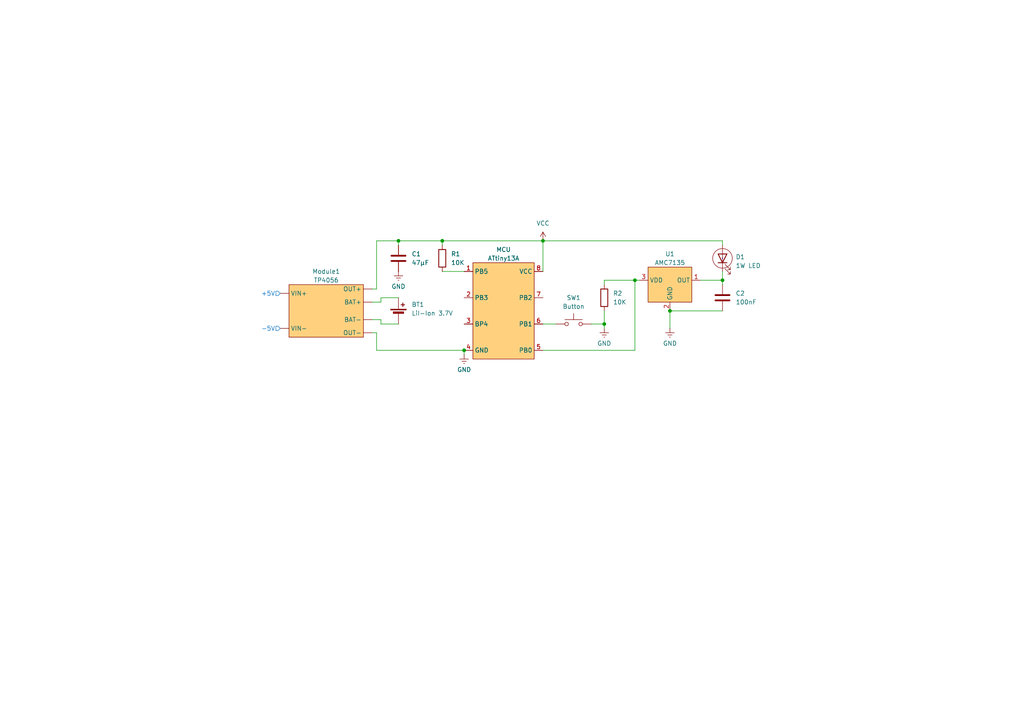
<source format=kicad_sch>
(kicad_sch
	(version 20250114)
	(generator "eeschema")
	(generator_version "9.0")
	(uuid "4be76a6c-b13c-4f31-9263-e38e3745854c")
	(paper "A4")
	(title_block
		(title "ATtiny13_Rear_Bike_Light_Circuit")
		(date "2025-07-05")
		(rev "1.0")
	)
	(lib_symbols
		(symbol "AMC7135:AMC7135"
			(exclude_from_sim no)
			(in_bom yes)
			(on_board yes)
			(property "Reference" "U"
				(at 0 0 0)
				(effects
					(font
						(size 1.27 1.27)
					)
				)
			)
			(property "Value" ""
				(at 0 0 0)
				(effects
					(font
						(size 1.27 1.27)
					)
				)
			)
			(property "Footprint" ""
				(at 0 0 0)
				(effects
					(font
						(size 1.27 1.27)
					)
					(hide yes)
				)
			)
			(property "Datasheet" ""
				(at 0 0 0)
				(effects
					(font
						(size 1.27 1.27)
					)
					(hide yes)
				)
			)
			(property "Description" ""
				(at 0 0 0)
				(effects
					(font
						(size 1.27 1.27)
					)
					(hide yes)
				)
			)
			(symbol "AMC7135_1_1"
				(rectangle
					(start -6.35 3.81)
					(end 6.35 -6.35)
					(stroke
						(width 0)
						(type solid)
					)
					(fill
						(type color)
						(color 255 165 0 0.51)
					)
				)
				(pin input line
					(at -8.89 0 0)
					(length 2.54)
					(name "VDD"
						(effects
							(font
								(size 1.27 1.27)
							)
						)
					)
					(number "3"
						(effects
							(font
								(size 1.27 1.27)
							)
						)
					)
				)
				(pin input line
					(at 0 -8.89 90)
					(length 2.54)
					(name "GND"
						(effects
							(font
								(size 1.27 1.27)
							)
						)
					)
					(number "2"
						(effects
							(font
								(size 1.27 1.27)
							)
						)
					)
				)
				(pin output line
					(at 8.89 0 180)
					(length 2.54)
					(name "OUT"
						(effects
							(font
								(size 1.27 1.27)
							)
						)
					)
					(number "1"
						(effects
							(font
								(size 1.27 1.27)
							)
						)
					)
				)
			)
			(embedded_fonts no)
		)
		(symbol "ATtiny13_4"
			(exclude_from_sim no)
			(in_bom yes)
			(on_board yes)
			(property "Reference" "U"
				(at 0 0 0)
				(effects
					(font
						(size 1.27 1.27)
					)
				)
			)
			(property "Value" ""
				(at 0 0 0)
				(effects
					(font
						(size 1.27 1.27)
					)
				)
			)
			(property "Footprint" ""
				(at 0 0 0)
				(effects
					(font
						(size 1.27 1.27)
					)
					(hide yes)
				)
			)
			(property "Datasheet" ""
				(at 0 0 0)
				(effects
					(font
						(size 1.27 1.27)
					)
					(hide yes)
				)
			)
			(property "Description" ""
				(at 0 0 0)
				(effects
					(font
						(size 1.27 1.27)
					)
					(hide yes)
				)
			)
			(symbol "ATtiny13_4_1_1"
				(rectangle
					(start -8.89 13.97)
					(end 8.89 -13.97)
					(stroke
						(width 0)
						(type solid)
					)
					(fill
						(type color)
						(color 255 165 0 0.5)
					)
				)
				(pin bidirectional line
					(at -11.43 11.43 0)
					(length 2.54)
					(name "PB5"
						(effects
							(font
								(size 1.27 1.27)
							)
						)
					)
					(number "1"
						(effects
							(font
								(size 1.27 1.27)
							)
						)
					)
				)
				(pin bidirectional line
					(at -11.43 3.81 0)
					(length 2.54)
					(name "PB3"
						(effects
							(font
								(size 1.27 1.27)
							)
						)
					)
					(number "2"
						(effects
							(font
								(size 1.27 1.27)
							)
						)
					)
				)
				(pin bidirectional line
					(at -11.43 -3.81 0)
					(length 2.54)
					(name "BP4"
						(effects
							(font
								(size 1.27 1.27)
							)
						)
					)
					(number "3"
						(effects
							(font
								(size 1.27 1.27)
							)
						)
					)
				)
				(pin input line
					(at -11.43 -11.43 0)
					(length 2.54)
					(name "GND"
						(effects
							(font
								(size 1.27 1.27)
							)
						)
					)
					(number "4"
						(effects
							(font
								(size 1.27 1.27)
							)
						)
					)
				)
				(pin input line
					(at 11.43 11.43 180)
					(length 2.54)
					(name "VCC"
						(effects
							(font
								(size 1.27 1.27)
							)
						)
					)
					(number "8"
						(effects
							(font
								(size 1.27 1.27)
							)
						)
					)
				)
				(pin bidirectional line
					(at 11.43 3.81 180)
					(length 2.54)
					(name "PB2"
						(effects
							(font
								(size 1.27 1.27)
							)
						)
					)
					(number "7"
						(effects
							(font
								(size 1.27 1.27)
							)
						)
					)
				)
				(pin bidirectional line
					(at 11.43 -3.81 180)
					(length 2.54)
					(name "PB1"
						(effects
							(font
								(size 1.27 1.27)
							)
						)
					)
					(number "6"
						(effects
							(font
								(size 1.27 1.27)
							)
						)
					)
				)
				(pin bidirectional line
					(at 11.43 -11.43 180)
					(length 2.54)
					(name "PB0"
						(effects
							(font
								(size 1.27 1.27)
							)
						)
					)
					(number "5"
						(effects
							(font
								(size 1.27 1.27)
							)
						)
					)
				)
			)
			(embedded_fonts no)
		)
		(symbol "Device:Battery_Cell"
			(pin_numbers
				(hide yes)
			)
			(pin_names
				(offset 0)
				(hide yes)
			)
			(exclude_from_sim no)
			(in_bom yes)
			(on_board yes)
			(property "Reference" "BT"
				(at 2.54 2.54 0)
				(effects
					(font
						(size 1.27 1.27)
					)
					(justify left)
				)
			)
			(property "Value" "Battery_Cell"
				(at 2.54 0 0)
				(effects
					(font
						(size 1.27 1.27)
					)
					(justify left)
				)
			)
			(property "Footprint" ""
				(at 0 1.524 90)
				(effects
					(font
						(size 1.27 1.27)
					)
					(hide yes)
				)
			)
			(property "Datasheet" "~"
				(at 0 1.524 90)
				(effects
					(font
						(size 1.27 1.27)
					)
					(hide yes)
				)
			)
			(property "Description" "Single-cell battery"
				(at 0 0 0)
				(effects
					(font
						(size 1.27 1.27)
					)
					(hide yes)
				)
			)
			(property "ki_keywords" "battery cell"
				(at 0 0 0)
				(effects
					(font
						(size 1.27 1.27)
					)
					(hide yes)
				)
			)
			(symbol "Battery_Cell_0_1"
				(rectangle
					(start -2.286 1.778)
					(end 2.286 1.524)
					(stroke
						(width 0)
						(type default)
					)
					(fill
						(type outline)
					)
				)
				(rectangle
					(start -1.524 1.016)
					(end 1.524 0.508)
					(stroke
						(width 0)
						(type default)
					)
					(fill
						(type outline)
					)
				)
				(polyline
					(pts
						(xy 0 1.778) (xy 0 2.54)
					)
					(stroke
						(width 0)
						(type default)
					)
					(fill
						(type none)
					)
				)
				(polyline
					(pts
						(xy 0 0.762) (xy 0 0)
					)
					(stroke
						(width 0)
						(type default)
					)
					(fill
						(type none)
					)
				)
				(polyline
					(pts
						(xy 0.762 3.048) (xy 1.778 3.048)
					)
					(stroke
						(width 0.254)
						(type default)
					)
					(fill
						(type none)
					)
				)
				(polyline
					(pts
						(xy 1.27 3.556) (xy 1.27 2.54)
					)
					(stroke
						(width 0.254)
						(type default)
					)
					(fill
						(type none)
					)
				)
			)
			(symbol "Battery_Cell_1_1"
				(pin passive line
					(at 0 5.08 270)
					(length 2.54)
					(name "+"
						(effects
							(font
								(size 1.27 1.27)
							)
						)
					)
					(number "1"
						(effects
							(font
								(size 1.27 1.27)
							)
						)
					)
				)
				(pin passive line
					(at 0 -2.54 90)
					(length 2.54)
					(name "-"
						(effects
							(font
								(size 1.27 1.27)
							)
						)
					)
					(number "2"
						(effects
							(font
								(size 1.27 1.27)
							)
						)
					)
				)
			)
			(embedded_fonts no)
		)
		(symbol "Device:C"
			(pin_numbers
				(hide yes)
			)
			(pin_names
				(offset 0.254)
			)
			(exclude_from_sim no)
			(in_bom yes)
			(on_board yes)
			(property "Reference" "C"
				(at 0.635 2.54 0)
				(effects
					(font
						(size 1.27 1.27)
					)
					(justify left)
				)
			)
			(property "Value" "C"
				(at 0.635 -2.54 0)
				(effects
					(font
						(size 1.27 1.27)
					)
					(justify left)
				)
			)
			(property "Footprint" ""
				(at 0.9652 -3.81 0)
				(effects
					(font
						(size 1.27 1.27)
					)
					(hide yes)
				)
			)
			(property "Datasheet" "~"
				(at 0 0 0)
				(effects
					(font
						(size 1.27 1.27)
					)
					(hide yes)
				)
			)
			(property "Description" "Unpolarized capacitor"
				(at 0 0 0)
				(effects
					(font
						(size 1.27 1.27)
					)
					(hide yes)
				)
			)
			(property "ki_keywords" "cap capacitor"
				(at 0 0 0)
				(effects
					(font
						(size 1.27 1.27)
					)
					(hide yes)
				)
			)
			(property "ki_fp_filters" "C_*"
				(at 0 0 0)
				(effects
					(font
						(size 1.27 1.27)
					)
					(hide yes)
				)
			)
			(symbol "C_0_1"
				(polyline
					(pts
						(xy -2.032 0.762) (xy 2.032 0.762)
					)
					(stroke
						(width 0.508)
						(type default)
					)
					(fill
						(type none)
					)
				)
				(polyline
					(pts
						(xy -2.032 -0.762) (xy 2.032 -0.762)
					)
					(stroke
						(width 0.508)
						(type default)
					)
					(fill
						(type none)
					)
				)
			)
			(symbol "C_1_1"
				(pin passive line
					(at 0 3.81 270)
					(length 2.794)
					(name "~"
						(effects
							(font
								(size 1.27 1.27)
							)
						)
					)
					(number "1"
						(effects
							(font
								(size 1.27 1.27)
							)
						)
					)
				)
				(pin passive line
					(at 0 -3.81 90)
					(length 2.794)
					(name "~"
						(effects
							(font
								(size 1.27 1.27)
							)
						)
					)
					(number "2"
						(effects
							(font
								(size 1.27 1.27)
							)
						)
					)
				)
			)
			(embedded_fonts no)
		)
		(symbol "Device:LED"
			(pin_numbers
				(hide yes)
			)
			(pin_names
				(offset 1.016)
				(hide yes)
			)
			(exclude_from_sim no)
			(in_bom yes)
			(on_board yes)
			(property "Reference" "D"
				(at 0 2.54 0)
				(effects
					(font
						(size 1.27 1.27)
					)
				)
			)
			(property "Value" "LED"
				(at 0 -2.54 0)
				(effects
					(font
						(size 1.27 1.27)
					)
				)
			)
			(property "Footprint" ""
				(at 0 0 0)
				(effects
					(font
						(size 1.27 1.27)
					)
					(hide yes)
				)
			)
			(property "Datasheet" "~"
				(at 0 0 0)
				(effects
					(font
						(size 1.27 1.27)
					)
					(hide yes)
				)
			)
			(property "Description" "Light emitting diode"
				(at 0 0 0)
				(effects
					(font
						(size 1.27 1.27)
					)
					(hide yes)
				)
			)
			(property "Sim.Pins" "1=K 2=A"
				(at 0 0 0)
				(effects
					(font
						(size 1.27 1.27)
					)
					(hide yes)
				)
			)
			(property "ki_keywords" "LED diode"
				(at 0 0 0)
				(effects
					(font
						(size 1.27 1.27)
					)
					(hide yes)
				)
			)
			(property "ki_fp_filters" "LED* LED_SMD:* LED_THT:*"
				(at 0 0 0)
				(effects
					(font
						(size 1.27 1.27)
					)
					(hide yes)
				)
			)
			(symbol "LED_0_1"
				(polyline
					(pts
						(xy -3.048 -0.762) (xy -4.572 -2.286) (xy -3.81 -2.286) (xy -4.572 -2.286) (xy -4.572 -1.524)
					)
					(stroke
						(width 0)
						(type default)
					)
					(fill
						(type none)
					)
				)
				(polyline
					(pts
						(xy -1.778 -0.762) (xy -3.302 -2.286) (xy -2.54 -2.286) (xy -3.302 -2.286) (xy -3.302 -1.524)
					)
					(stroke
						(width 0)
						(type default)
					)
					(fill
						(type none)
					)
				)
				(polyline
					(pts
						(xy -1.27 0) (xy 1.27 0)
					)
					(stroke
						(width 0)
						(type default)
					)
					(fill
						(type none)
					)
				)
				(polyline
					(pts
						(xy -1.27 -1.27) (xy -1.27 1.27)
					)
					(stroke
						(width 0.254)
						(type default)
					)
					(fill
						(type none)
					)
				)
				(polyline
					(pts
						(xy 1.27 -1.27) (xy 1.27 1.27) (xy -1.27 0) (xy 1.27 -1.27)
					)
					(stroke
						(width 0.254)
						(type default)
					)
					(fill
						(type none)
					)
				)
			)
			(symbol "LED_1_1"
				(pin passive line
					(at -3.81 0 0)
					(length 2.54)
					(name "K"
						(effects
							(font
								(size 1.27 1.27)
							)
						)
					)
					(number "1"
						(effects
							(font
								(size 1.27 1.27)
							)
						)
					)
				)
				(pin passive line
					(at 3.81 0 180)
					(length 2.54)
					(name "A"
						(effects
							(font
								(size 1.27 1.27)
							)
						)
					)
					(number "2"
						(effects
							(font
								(size 1.27 1.27)
							)
						)
					)
				)
			)
			(embedded_fonts no)
		)
		(symbol "Device:R"
			(pin_numbers
				(hide yes)
			)
			(pin_names
				(offset 0)
			)
			(exclude_from_sim no)
			(in_bom yes)
			(on_board yes)
			(property "Reference" "R"
				(at 2.032 0 90)
				(effects
					(font
						(size 1.27 1.27)
					)
				)
			)
			(property "Value" "R"
				(at 0 0 90)
				(effects
					(font
						(size 1.27 1.27)
					)
				)
			)
			(property "Footprint" ""
				(at -1.778 0 90)
				(effects
					(font
						(size 1.27 1.27)
					)
					(hide yes)
				)
			)
			(property "Datasheet" "~"
				(at 0 0 0)
				(effects
					(font
						(size 1.27 1.27)
					)
					(hide yes)
				)
			)
			(property "Description" "Resistor"
				(at 0 0 0)
				(effects
					(font
						(size 1.27 1.27)
					)
					(hide yes)
				)
			)
			(property "ki_keywords" "R res resistor"
				(at 0 0 0)
				(effects
					(font
						(size 1.27 1.27)
					)
					(hide yes)
				)
			)
			(property "ki_fp_filters" "R_*"
				(at 0 0 0)
				(effects
					(font
						(size 1.27 1.27)
					)
					(hide yes)
				)
			)
			(symbol "R_0_1"
				(rectangle
					(start -1.016 -2.54)
					(end 1.016 2.54)
					(stroke
						(width 0.254)
						(type default)
					)
					(fill
						(type none)
					)
				)
			)
			(symbol "R_1_1"
				(pin passive line
					(at 0 3.81 270)
					(length 1.27)
					(name "~"
						(effects
							(font
								(size 1.27 1.27)
							)
						)
					)
					(number "1"
						(effects
							(font
								(size 1.27 1.27)
							)
						)
					)
				)
				(pin passive line
					(at 0 -3.81 90)
					(length 1.27)
					(name "~"
						(effects
							(font
								(size 1.27 1.27)
							)
						)
					)
					(number "2"
						(effects
							(font
								(size 1.27 1.27)
							)
						)
					)
				)
			)
			(embedded_fonts no)
		)
		(symbol "Switch:SW_Push"
			(pin_numbers
				(hide yes)
			)
			(pin_names
				(offset 1.016)
				(hide yes)
			)
			(exclude_from_sim no)
			(in_bom yes)
			(on_board yes)
			(property "Reference" "SW"
				(at 1.27 2.54 0)
				(effects
					(font
						(size 1.27 1.27)
					)
					(justify left)
				)
			)
			(property "Value" "SW_Push"
				(at 0 -1.524 0)
				(effects
					(font
						(size 1.27 1.27)
					)
				)
			)
			(property "Footprint" ""
				(at 0 5.08 0)
				(effects
					(font
						(size 1.27 1.27)
					)
					(hide yes)
				)
			)
			(property "Datasheet" "~"
				(at 0 5.08 0)
				(effects
					(font
						(size 1.27 1.27)
					)
					(hide yes)
				)
			)
			(property "Description" "Push button switch, generic, two pins"
				(at 0 0 0)
				(effects
					(font
						(size 1.27 1.27)
					)
					(hide yes)
				)
			)
			(property "ki_keywords" "switch normally-open pushbutton push-button"
				(at 0 0 0)
				(effects
					(font
						(size 1.27 1.27)
					)
					(hide yes)
				)
			)
			(symbol "SW_Push_0_1"
				(circle
					(center -2.032 0)
					(radius 0.508)
					(stroke
						(width 0)
						(type default)
					)
					(fill
						(type none)
					)
				)
				(polyline
					(pts
						(xy 0 1.27) (xy 0 3.048)
					)
					(stroke
						(width 0)
						(type default)
					)
					(fill
						(type none)
					)
				)
				(circle
					(center 2.032 0)
					(radius 0.508)
					(stroke
						(width 0)
						(type default)
					)
					(fill
						(type none)
					)
				)
				(polyline
					(pts
						(xy 2.54 1.27) (xy -2.54 1.27)
					)
					(stroke
						(width 0)
						(type default)
					)
					(fill
						(type none)
					)
				)
				(pin passive line
					(at -5.08 0 0)
					(length 2.54)
					(name "1"
						(effects
							(font
								(size 1.27 1.27)
							)
						)
					)
					(number "1"
						(effects
							(font
								(size 1.27 1.27)
							)
						)
					)
				)
				(pin passive line
					(at 5.08 0 180)
					(length 2.54)
					(name "2"
						(effects
							(font
								(size 1.27 1.27)
							)
						)
					)
					(number "2"
						(effects
							(font
								(size 1.27 1.27)
							)
						)
					)
				)
			)
			(embedded_fonts no)
		)
		(symbol "TP4056:TP4056"
			(exclude_from_sim no)
			(in_bom yes)
			(on_board yes)
			(property "Reference" "Module"
				(at 0 0 0)
				(effects
					(font
						(size 1.27 1.27)
					)
				)
			)
			(property "Value" ""
				(at 0 0 0)
				(effects
					(font
						(size 1.27 1.27)
					)
				)
			)
			(property "Footprint" ""
				(at 0 0 0)
				(effects
					(font
						(size 1.27 1.27)
					)
					(hide yes)
				)
			)
			(property "Datasheet" ""
				(at 0 0 0)
				(effects
					(font
						(size 1.27 1.27)
					)
					(hide yes)
				)
			)
			(property "Description" ""
				(at 0 0 0)
				(effects
					(font
						(size 1.27 1.27)
					)
					(hide yes)
				)
			)
			(symbol "TP4056_1_1"
				(rectangle
					(start -10.16 7.62)
					(end 11.43 -7.62)
					(stroke
						(width 0)
						(type solid)
					)
					(fill
						(type color)
						(color 255 165 0 0.5)
					)
				)
				(pin input line
					(at -12.7 5.08 0)
					(length 2.54)
					(name "VIN+"
						(effects
							(font
								(size 1.27 1.27)
							)
						)
					)
					(number ""
						(effects
							(font
								(size 1.27 1.27)
							)
						)
					)
				)
				(pin input line
					(at -12.7 -5.08 0)
					(length 2.54)
					(name "VIN-"
						(effects
							(font
								(size 1.27 1.27)
							)
						)
					)
					(number ""
						(effects
							(font
								(size 1.27 1.27)
							)
						)
					)
				)
				(pin output line
					(at 13.97 6.35 180)
					(length 2.54)
					(name "OUT+"
						(effects
							(font
								(size 1.27 1.27)
							)
						)
					)
					(number ""
						(effects
							(font
								(size 1.27 1.27)
							)
						)
					)
				)
				(pin input line
					(at 13.97 2.54 180)
					(length 2.54)
					(name "BAT+"
						(effects
							(font
								(size 1.27 1.27)
							)
						)
					)
					(number ""
						(effects
							(font
								(size 1.27 1.27)
							)
						)
					)
				)
				(pin input line
					(at 13.97 -2.54 180)
					(length 2.54)
					(name "BAT-"
						(effects
							(font
								(size 1.27 1.27)
							)
						)
					)
					(number ""
						(effects
							(font
								(size 1.27 1.27)
							)
						)
					)
				)
				(pin output line
					(at 13.97 -6.35 180)
					(length 2.54)
					(name "OUT-"
						(effects
							(font
								(size 1.27 1.27)
							)
						)
					)
					(number ""
						(effects
							(font
								(size 1.27 1.27)
							)
						)
					)
				)
			)
			(embedded_fonts no)
		)
		(symbol "power:GNDREF"
			(power)
			(pin_numbers
				(hide yes)
			)
			(pin_names
				(offset 0)
				(hide yes)
			)
			(exclude_from_sim no)
			(in_bom yes)
			(on_board yes)
			(property "Reference" "#PWR"
				(at 0 -6.35 0)
				(effects
					(font
						(size 1.27 1.27)
					)
					(hide yes)
				)
			)
			(property "Value" "GNDREF"
				(at 0 -3.81 0)
				(effects
					(font
						(size 1.27 1.27)
					)
				)
			)
			(property "Footprint" ""
				(at 0 0 0)
				(effects
					(font
						(size 1.27 1.27)
					)
					(hide yes)
				)
			)
			(property "Datasheet" ""
				(at 0 0 0)
				(effects
					(font
						(size 1.27 1.27)
					)
					(hide yes)
				)
			)
			(property "Description" "Power symbol creates a global label with name \"GNDREF\" , reference supply ground"
				(at 0 0 0)
				(effects
					(font
						(size 1.27 1.27)
					)
					(hide yes)
				)
			)
			(property "ki_keywords" "global power"
				(at 0 0 0)
				(effects
					(font
						(size 1.27 1.27)
					)
					(hide yes)
				)
			)
			(symbol "GNDREF_0_1"
				(polyline
					(pts
						(xy -0.635 -1.905) (xy 0.635 -1.905)
					)
					(stroke
						(width 0)
						(type default)
					)
					(fill
						(type none)
					)
				)
				(polyline
					(pts
						(xy -0.127 -2.54) (xy 0.127 -2.54)
					)
					(stroke
						(width 0)
						(type default)
					)
					(fill
						(type none)
					)
				)
				(polyline
					(pts
						(xy 0 -1.27) (xy 0 0)
					)
					(stroke
						(width 0)
						(type default)
					)
					(fill
						(type none)
					)
				)
				(polyline
					(pts
						(xy 1.27 -1.27) (xy -1.27 -1.27)
					)
					(stroke
						(width 0)
						(type default)
					)
					(fill
						(type none)
					)
				)
			)
			(symbol "GNDREF_1_1"
				(pin power_in line
					(at 0 0 270)
					(length 0)
					(name "~"
						(effects
							(font
								(size 1.27 1.27)
							)
						)
					)
					(number "1"
						(effects
							(font
								(size 1.27 1.27)
							)
						)
					)
				)
			)
			(embedded_fonts no)
		)
		(symbol "power:VCC"
			(power)
			(pin_numbers
				(hide yes)
			)
			(pin_names
				(offset 0)
				(hide yes)
			)
			(exclude_from_sim no)
			(in_bom yes)
			(on_board yes)
			(property "Reference" "#PWR"
				(at 0 -3.81 0)
				(effects
					(font
						(size 1.27 1.27)
					)
					(hide yes)
				)
			)
			(property "Value" "VCC"
				(at 0 3.556 0)
				(effects
					(font
						(size 1.27 1.27)
					)
				)
			)
			(property "Footprint" ""
				(at 0 0 0)
				(effects
					(font
						(size 1.27 1.27)
					)
					(hide yes)
				)
			)
			(property "Datasheet" ""
				(at 0 0 0)
				(effects
					(font
						(size 1.27 1.27)
					)
					(hide yes)
				)
			)
			(property "Description" "Power symbol creates a global label with name \"VCC\""
				(at 0 0 0)
				(effects
					(font
						(size 1.27 1.27)
					)
					(hide yes)
				)
			)
			(property "ki_keywords" "global power"
				(at 0 0 0)
				(effects
					(font
						(size 1.27 1.27)
					)
					(hide yes)
				)
			)
			(symbol "VCC_0_1"
				(polyline
					(pts
						(xy -0.762 1.27) (xy 0 2.54)
					)
					(stroke
						(width 0)
						(type default)
					)
					(fill
						(type none)
					)
				)
				(polyline
					(pts
						(xy 0 2.54) (xy 0.762 1.27)
					)
					(stroke
						(width 0)
						(type default)
					)
					(fill
						(type none)
					)
				)
				(polyline
					(pts
						(xy 0 0) (xy 0 2.54)
					)
					(stroke
						(width 0)
						(type default)
					)
					(fill
						(type none)
					)
				)
			)
			(symbol "VCC_1_1"
				(pin power_in line
					(at 0 0 90)
					(length 0)
					(name "~"
						(effects
							(font
								(size 1.27 1.27)
							)
						)
					)
					(number "1"
						(effects
							(font
								(size 1.27 1.27)
							)
						)
					)
				)
			)
			(embedded_fonts no)
		)
	)
	(circle
		(center 209.55 74.93)
		(radius 0.0001)
		(stroke
			(width 0)
			(type default)
		)
		(fill
			(type none)
		)
		(uuid d4b98246-e4b0-4834-a516-fcbfcce4643f)
	)
	(circle
		(center 209.55 74.93)
		(radius 2.8398)
		(stroke
			(width 0)
			(type solid)
			(color 141 18 28 1)
		)
		(fill
			(type none)
		)
		(uuid edbafba1-8c25-450b-947f-c37e2887d363)
	)
	(junction
		(at 134.62 101.6)
		(diameter 0)
		(color 0 0 0 0)
		(uuid "1af886cb-6d85-456c-8992-8f0fc39d60e9")
	)
	(junction
		(at 194.31 90.17)
		(diameter 0)
		(color 0 0 0 0)
		(uuid "3a44c1ef-9249-4db0-93bd-6c348225257d")
	)
	(junction
		(at 157.48 69.85)
		(diameter 0)
		(color 0 0 0 0)
		(uuid "3c1012c5-ee96-4187-861c-113a829d1699")
	)
	(junction
		(at 115.57 69.85)
		(diameter 0)
		(color 0 0 0 0)
		(uuid "67158821-eb1d-41b8-94e2-d77102d6511c")
	)
	(junction
		(at 175.26 93.98)
		(diameter 0)
		(color 0 0 0 0)
		(uuid "7b2240e2-fc63-47f9-b31e-e05e5bbb180c")
	)
	(junction
		(at 209.55 81.28)
		(diameter 0)
		(color 0 0 0 0)
		(uuid "a4a8b933-d809-43f6-808d-38e046a0f633")
	)
	(junction
		(at 184.15 81.28)
		(diameter 0)
		(color 0 0 0 0)
		(uuid "ef10ef36-2923-415a-a49d-90b4fe795b0c")
	)
	(junction
		(at 128.27 69.85)
		(diameter 0)
		(color 0 0 0 0)
		(uuid "f968d2c0-23bf-475b-93ac-22d1508fcf35")
	)
	(wire
		(pts
			(xy 209.55 81.28) (xy 209.55 82.55)
		)
		(stroke
			(width 0)
			(type default)
		)
		(uuid "0834e4e3-4df3-4422-9831-72f5d5f04955")
	)
	(wire
		(pts
			(xy 209.55 81.28) (xy 209.55 78.74)
		)
		(stroke
			(width 0)
			(type default)
		)
		(uuid "130150d8-9b30-47de-902d-5b0feb773ecd")
	)
	(wire
		(pts
			(xy 175.26 93.98) (xy 175.26 95.25)
		)
		(stroke
			(width 0)
			(type default)
		)
		(uuid "1967d9eb-f420-4bf6-b8d6-d7aed491586c")
	)
	(wire
		(pts
			(xy 184.15 81.28) (xy 185.42 81.28)
		)
		(stroke
			(width 0)
			(type default)
		)
		(uuid "26311275-d068-452e-b6dc-356b822ad388")
	)
	(wire
		(pts
			(xy 109.22 96.52) (xy 109.22 101.6)
		)
		(stroke
			(width 0)
			(type default)
		)
		(uuid "2cddbe61-d0d7-402c-8542-ac2437ed3e7f")
	)
	(wire
		(pts
			(xy 110.49 86.36) (xy 115.57 86.36)
		)
		(stroke
			(width 0)
			(type default)
		)
		(uuid "40394a2d-c14f-4ef6-9efc-d5d2d72267c0")
	)
	(wire
		(pts
			(xy 107.95 87.63) (xy 110.49 87.63)
		)
		(stroke
			(width 0)
			(type default)
		)
		(uuid "4781cf24-ee93-4363-ab2f-6bd50479b404")
	)
	(wire
		(pts
			(xy 110.49 92.71) (xy 110.49 93.98)
		)
		(stroke
			(width 0)
			(type default)
		)
		(uuid "4cfd94f3-f597-462f-a321-7fc4db1726da")
	)
	(wire
		(pts
			(xy 134.62 101.6) (xy 134.62 102.87)
		)
		(stroke
			(width 0)
			(type default)
		)
		(uuid "4d2aadea-a59c-4ee7-b2d3-cbf2030ffa23")
	)
	(wire
		(pts
			(xy 128.27 69.85) (xy 128.27 71.12)
		)
		(stroke
			(width 0)
			(type default)
		)
		(uuid "4ecd73a5-838b-4c3c-a810-daf4d82a2349")
	)
	(wire
		(pts
			(xy 128.27 78.74) (xy 134.62 78.74)
		)
		(stroke
			(width 0)
			(type default)
		)
		(uuid "560e460b-593c-4406-9840-fa3a7c128556")
	)
	(wire
		(pts
			(xy 175.26 82.55) (xy 175.26 81.28)
		)
		(stroke
			(width 0)
			(type default)
		)
		(uuid "575c4b11-e65a-4274-8991-c4c022e7c6b8")
	)
	(wire
		(pts
			(xy 109.22 69.85) (xy 115.57 69.85)
		)
		(stroke
			(width 0)
			(type default)
		)
		(uuid "5cf2aabd-38dc-4d1e-a4bc-1b2daea5fa8c")
	)
	(wire
		(pts
			(xy 107.95 96.52) (xy 109.22 96.52)
		)
		(stroke
			(width 0)
			(type default)
		)
		(uuid "6476bc78-37a6-48f5-bf22-1e3e5be2070c")
	)
	(wire
		(pts
			(xy 109.22 101.6) (xy 134.62 101.6)
		)
		(stroke
			(width 0)
			(type default)
		)
		(uuid "659300a8-9872-4ccf-a72b-0ea5f65804a8")
	)
	(wire
		(pts
			(xy 157.48 93.98) (xy 161.29 93.98)
		)
		(stroke
			(width 0)
			(type default)
		)
		(uuid "78ae9619-eb09-4e85-8c70-6acb0c295b39")
	)
	(wire
		(pts
			(xy 175.26 81.28) (xy 184.15 81.28)
		)
		(stroke
			(width 0)
			(type default)
		)
		(uuid "7a825960-621c-4374-a64d-d2169d6a32cf")
	)
	(wire
		(pts
			(xy 115.57 69.85) (xy 128.27 69.85)
		)
		(stroke
			(width 0)
			(type default)
		)
		(uuid "83d97fb7-fa01-4511-a8a0-e8367343ab9c")
	)
	(wire
		(pts
			(xy 109.22 83.82) (xy 109.22 69.85)
		)
		(stroke
			(width 0)
			(type default)
		)
		(uuid "8a11a3a6-04a8-4cc4-89de-77dea51a3ca8")
	)
	(wire
		(pts
			(xy 194.31 90.17) (xy 209.55 90.17)
		)
		(stroke
			(width 0)
			(type default)
		)
		(uuid "8af0a3a4-a26b-4cd1-9aa0-0c8b9eb52fd6")
	)
	(wire
		(pts
			(xy 157.48 69.85) (xy 157.48 78.74)
		)
		(stroke
			(width 0)
			(type default)
		)
		(uuid "8fd9faf0-6773-4ed4-81d4-eb3b212cd70f")
	)
	(wire
		(pts
			(xy 184.15 101.6) (xy 184.15 81.28)
		)
		(stroke
			(width 0)
			(type default)
		)
		(uuid "9304d017-a4f8-43a4-85f3-99513f769218")
	)
	(wire
		(pts
			(xy 110.49 87.63) (xy 110.49 86.36)
		)
		(stroke
			(width 0)
			(type default)
		)
		(uuid "a1ff9ad0-c0d2-4b74-8e16-8d9d8dcd398f")
	)
	(wire
		(pts
			(xy 175.26 93.98) (xy 171.45 93.98)
		)
		(stroke
			(width 0)
			(type default)
		)
		(uuid "ad8342e4-b6fe-414c-8b63-02eac08117f8")
	)
	(wire
		(pts
			(xy 157.48 69.85) (xy 209.55 69.85)
		)
		(stroke
			(width 0)
			(type default)
		)
		(uuid "ad9c28dd-0d80-47d1-a833-9e0134719ad2")
	)
	(wire
		(pts
			(xy 107.95 83.82) (xy 109.22 83.82)
		)
		(stroke
			(width 0)
			(type default)
		)
		(uuid "b67bd4e6-dc2e-43f4-a1fa-76e2e85a050a")
	)
	(wire
		(pts
			(xy 209.55 69.85) (xy 209.55 71.12)
		)
		(stroke
			(width 0)
			(type default)
		)
		(uuid "c12d1855-8384-433e-8a94-39b577bc2cb2")
	)
	(wire
		(pts
			(xy 157.48 101.6) (xy 184.15 101.6)
		)
		(stroke
			(width 0)
			(type default)
		)
		(uuid "c1b5591e-0a7a-45df-b881-bcc82cd83f1e")
	)
	(wire
		(pts
			(xy 115.57 69.85) (xy 115.57 71.12)
		)
		(stroke
			(width 0)
			(type default)
		)
		(uuid "c6f2a5fd-ed73-40e8-a131-8f312c036d3f")
	)
	(wire
		(pts
			(xy 203.2 81.28) (xy 209.55 81.28)
		)
		(stroke
			(width 0)
			(type default)
		)
		(uuid "cd054c49-8e1d-4b4c-a445-41c49510e22e")
	)
	(wire
		(pts
			(xy 175.26 90.17) (xy 175.26 93.98)
		)
		(stroke
			(width 0)
			(type default)
		)
		(uuid "cf05aba1-be60-46eb-8d9c-48978fbc1b0c")
	)
	(wire
		(pts
			(xy 194.31 90.17) (xy 194.31 95.25)
		)
		(stroke
			(width 0)
			(type default)
		)
		(uuid "cf4ae35a-8c6b-4865-9b61-9e45a185b1bc")
	)
	(wire
		(pts
			(xy 128.27 69.85) (xy 157.48 69.85)
		)
		(stroke
			(width 0)
			(type default)
		)
		(uuid "d59fb0cc-b25e-4429-b494-6b9911850270")
	)
	(wire
		(pts
			(xy 107.95 92.71) (xy 110.49 92.71)
		)
		(stroke
			(width 0)
			(type default)
		)
		(uuid "d717b882-44e8-4692-b3f9-acf18c49c431")
	)
	(wire
		(pts
			(xy 110.49 93.98) (xy 115.57 93.98)
		)
		(stroke
			(width 0)
			(type default)
		)
		(uuid "e10a3f46-a264-43d4-9ce3-b82a63283cea")
	)
	(hierarchical_label "-5V"
		(shape input)
		(at 81.28 95.25 180)
		(effects
			(font
				(size 1.27 1.27)
				(color 21 120 195 1)
			)
			(justify right)
		)
		(uuid "52cfa558-f418-4311-8adb-57a6d33b6fc1")
	)
	(hierarchical_label "+5V"
		(shape input)
		(at 81.28 85.09 180)
		(effects
			(font
				(size 1.27 1.27)
				(color 21 120 195 1)
			)
			(justify right)
		)
		(uuid "d18f769a-c664-41ca-9dd1-b32adba33b57")
	)
	(symbol
		(lib_id "Device:C")
		(at 209.55 86.36 0)
		(unit 1)
		(exclude_from_sim no)
		(in_bom yes)
		(on_board yes)
		(dnp no)
		(fields_autoplaced yes)
		(uuid "164ca624-90d4-45b0-b499-e60122e9acdb")
		(property "Reference" "C2"
			(at 213.36 85.0899 0)
			(effects
				(font
					(size 1.27 1.27)
				)
				(justify left)
			)
		)
		(property "Value" "100nF"
			(at 213.36 87.6299 0)
			(effects
				(font
					(size 1.27 1.27)
				)
				(justify left)
			)
		)
		(property "Footprint" ""
			(at 210.5152 90.17 0)
			(effects
				(font
					(size 1.27 1.27)
				)
				(hide yes)
			)
		)
		(property "Datasheet" "~"
			(at 209.55 86.36 0)
			(effects
				(font
					(size 1.27 1.27)
				)
				(hide yes)
			)
		)
		(property "Description" "Unpolarized capacitor"
			(at 209.55 86.36 0)
			(effects
				(font
					(size 1.27 1.27)
				)
				(hide yes)
			)
		)
		(pin "2"
			(uuid "49f82a5e-1dbc-49e3-899e-49c8345cbee6")
		)
		(pin "1"
			(uuid "eb12b35b-61e1-41e3-b4d5-db48691636cc")
		)
		(instances
			(project ""
				(path "/4be76a6c-b13c-4f31-9263-e38e3745854c"
					(reference "C2")
					(unit 1)
				)
			)
		)
	)
	(symbol
		(lib_id "power:VCC")
		(at 157.48 69.85 0)
		(unit 1)
		(exclude_from_sim no)
		(in_bom yes)
		(on_board yes)
		(dnp no)
		(fields_autoplaced yes)
		(uuid "33246de9-4367-402c-ab32-5fd5042e7f6c")
		(property "Reference" "#PWR02"
			(at 157.48 73.66 0)
			(effects
				(font
					(size 1.27 1.27)
				)
				(hide yes)
			)
		)
		(property "Value" "VCC"
			(at 157.48 64.77 0)
			(effects
				(font
					(size 1.27 1.27)
				)
			)
		)
		(property "Footprint" ""
			(at 157.48 69.85 0)
			(effects
				(font
					(size 1.27 1.27)
				)
				(hide yes)
			)
		)
		(property "Datasheet" ""
			(at 157.48 69.85 0)
			(effects
				(font
					(size 1.27 1.27)
				)
				(hide yes)
			)
		)
		(property "Description" "Power symbol creates a global label with name \"VCC\""
			(at 157.48 69.85 0)
			(effects
				(font
					(size 1.27 1.27)
				)
				(hide yes)
			)
		)
		(pin "1"
			(uuid "9cd3f57a-6db2-4552-8f6c-e599e31ed93e")
		)
		(instances
			(project ""
				(path "/4be76a6c-b13c-4f31-9263-e38e3745854c"
					(reference "#PWR02")
					(unit 1)
				)
			)
		)
	)
	(symbol
		(lib_id "TP4056:TP4056")
		(at 93.98 90.17 0)
		(unit 1)
		(exclude_from_sim no)
		(in_bom yes)
		(on_board yes)
		(dnp no)
		(fields_autoplaced yes)
		(uuid "45d84b28-2a99-4202-a1e1-36df797d9982")
		(property "Reference" "Module1"
			(at 94.615 78.74 0)
			(effects
				(font
					(size 1.27 1.27)
				)
			)
		)
		(property "Value" "TP4056"
			(at 94.615 81.28 0)
			(effects
				(font
					(size 1.27 1.27)
				)
			)
		)
		(property "Footprint" ""
			(at 93.98 90.17 0)
			(effects
				(font
					(size 1.27 1.27)
				)
				(hide yes)
			)
		)
		(property "Datasheet" ""
			(at 93.98 90.17 0)
			(effects
				(font
					(size 1.27 1.27)
				)
				(hide yes)
			)
		)
		(property "Description" ""
			(at 93.98 90.17 0)
			(effects
				(font
					(size 1.27 1.27)
				)
				(hide yes)
			)
		)
		(pin ""
			(uuid "84fbda32-1a82-475f-8c91-2219407ac840")
		)
		(pin ""
			(uuid "64c8d51a-67fd-49e8-aef2-2b3f848379d3")
		)
		(pin ""
			(uuid "273f4f69-4649-4803-b116-8e3346539fd3")
		)
		(pin ""
			(uuid "818c252e-3552-4681-96f1-e4eb1b639512")
		)
		(pin ""
			(uuid "afae09bf-cfeb-4569-b7b9-86c095bd7fcb")
		)
		(pin ""
			(uuid "c402ad2f-dc07-411f-a1a3-9867d63d6d44")
		)
		(instances
			(project ""
				(path "/4be76a6c-b13c-4f31-9263-e38e3745854c"
					(reference "Module1")
					(unit 1)
				)
			)
		)
	)
	(symbol
		(lib_id "power:GNDREF")
		(at 115.57 78.74 0)
		(unit 1)
		(exclude_from_sim no)
		(in_bom yes)
		(on_board yes)
		(dnp no)
		(uuid "5337b6a9-e8fc-43ef-a804-e90db756411a")
		(property "Reference" "#PWR04"
			(at 115.57 85.09 0)
			(effects
				(font
					(size 1.27 1.27)
				)
				(hide yes)
			)
		)
		(property "Value" "GND"
			(at 115.57 83.82 0)
			(effects
				(font
					(size 1.27 1.27)
				)
				(justify bottom)
			)
		)
		(property "Footprint" ""
			(at 115.57 78.74 0)
			(effects
				(font
					(size 1.27 1.27)
				)
				(hide yes)
			)
		)
		(property "Datasheet" ""
			(at 115.57 78.74 0)
			(effects
				(font
					(size 1.27 1.27)
				)
				(hide yes)
			)
		)
		(property "Description" "Power symbol creates a global label with name \"GNDREF\" , reference supply ground"
			(at 115.57 78.74 0)
			(effects
				(font
					(size 1.27 1.27)
				)
				(hide yes)
			)
		)
		(pin "1"
			(uuid "8ae83744-a1cc-497a-bebb-1ce4e93a613f")
		)
		(instances
			(project "ATtiny13_Rear_Bike_Light"
				(path "/4be76a6c-b13c-4f31-9263-e38e3745854c"
					(reference "#PWR04")
					(unit 1)
				)
			)
		)
	)
	(symbol
		(lib_name "ATtiny13_4")
		(lib_id "ATtiny13:ATtiny13")
		(at 146.05 90.17 0)
		(unit 1)
		(exclude_from_sim no)
		(in_bom yes)
		(on_board yes)
		(dnp no)
		(fields_autoplaced yes)
		(uuid "54cb3f63-2c96-4c9c-bfc9-a290c54aa149")
		(property "Reference" "MCU"
			(at 146.05 72.39 0)
			(effects
				(font
					(size 1.27 1.27)
				)
			)
		)
		(property "Value" "ATtiny13A"
			(at 146.05 74.93 0)
			(effects
				(font
					(size 1.27 1.27)
				)
			)
		)
		(property "Footprint" ""
			(at 146.05 90.17 0)
			(effects
				(font
					(size 1.27 1.27)
				)
				(hide yes)
			)
		)
		(property "Datasheet" ""
			(at 146.05 90.17 0)
			(effects
				(font
					(size 1.27 1.27)
				)
				(hide yes)
			)
		)
		(property "Description" ""
			(at 146.05 90.17 0)
			(effects
				(font
					(size 1.27 1.27)
				)
				(hide yes)
			)
		)
		(pin "2"
			(uuid "210b06ce-e9ab-43dc-ade4-11e7d4744383")
		)
		(pin "7"
			(uuid "883cec94-c0b8-498c-9581-395af9123a03")
		)
		(pin "1"
			(uuid "d815cb73-73a6-4b2a-8b22-06b826980ef4")
		)
		(pin "4"
			(uuid "85e1cf8c-c3c8-4070-ba2c-8ba0b45ed1c6")
		)
		(pin "6"
			(uuid "1dca6a52-682f-44b2-be6b-352ae5b606ed")
		)
		(pin "3"
			(uuid "8c7c3bd5-7b27-4f77-8358-f05db5238a72")
		)
		(pin "8"
			(uuid "a83d11a3-c6c2-47f4-a779-8db7800b89c5")
		)
		(pin "5"
			(uuid "a620603a-3659-4b3a-96cd-f8d583d60f59")
		)
		(instances
			(project ""
				(path "/4be76a6c-b13c-4f31-9263-e38e3745854c"
					(reference "MCU")
					(unit 1)
				)
			)
		)
	)
	(symbol
		(lib_id "power:GNDREF")
		(at 194.31 95.25 0)
		(unit 1)
		(exclude_from_sim no)
		(in_bom yes)
		(on_board yes)
		(dnp no)
		(uuid "5eefea8e-85eb-472d-af13-2f5a02b577f1")
		(property "Reference" "#PWR05"
			(at 194.31 101.6 0)
			(effects
				(font
					(size 1.27 1.27)
				)
				(hide yes)
			)
		)
		(property "Value" "GND"
			(at 194.31 100.33 0)
			(effects
				(font
					(size 1.27 1.27)
				)
				(justify bottom)
			)
		)
		(property "Footprint" ""
			(at 194.31 95.25 0)
			(effects
				(font
					(size 1.27 1.27)
				)
				(hide yes)
			)
		)
		(property "Datasheet" ""
			(at 194.31 95.25 0)
			(effects
				(font
					(size 1.27 1.27)
				)
				(hide yes)
			)
		)
		(property "Description" "Power symbol creates a global label with name \"GNDREF\" , reference supply ground"
			(at 194.31 95.25 0)
			(effects
				(font
					(size 1.27 1.27)
				)
				(hide yes)
			)
		)
		(pin "1"
			(uuid "d93b7f42-4b3e-48e9-a7e0-caff16ca834e")
		)
		(instances
			(project "ATtiny13_Rear_Bike_Light"
				(path "/4be76a6c-b13c-4f31-9263-e38e3745854c"
					(reference "#PWR05")
					(unit 1)
				)
			)
		)
	)
	(symbol
		(lib_id "Device:R")
		(at 175.26 86.36 0)
		(unit 1)
		(exclude_from_sim no)
		(in_bom yes)
		(on_board yes)
		(dnp no)
		(fields_autoplaced yes)
		(uuid "62c479a0-50d1-490a-aaaa-f0753bce151c")
		(property "Reference" "R2"
			(at 177.8 85.0899 0)
			(effects
				(font
					(size 1.27 1.27)
				)
				(justify left)
			)
		)
		(property "Value" "10K"
			(at 177.8 87.6299 0)
			(effects
				(font
					(size 1.27 1.27)
				)
				(justify left)
			)
		)
		(property "Footprint" ""
			(at 173.482 86.36 90)
			(effects
				(font
					(size 1.27 1.27)
				)
				(hide yes)
			)
		)
		(property "Datasheet" "~"
			(at 175.26 86.36 0)
			(effects
				(font
					(size 1.27 1.27)
				)
				(hide yes)
			)
		)
		(property "Description" "Resistor"
			(at 175.26 86.36 0)
			(effects
				(font
					(size 1.27 1.27)
				)
				(hide yes)
			)
		)
		(pin "1"
			(uuid "22fcbe5b-881f-497a-b2df-99dd5205a0df")
		)
		(pin "2"
			(uuid "de354955-ae7c-4c31-8061-f84f25fdc379")
		)
		(instances
			(project "ATtiny13_Rear_Bike_Light"
				(path "/4be76a6c-b13c-4f31-9263-e38e3745854c"
					(reference "R2")
					(unit 1)
				)
			)
		)
	)
	(symbol
		(lib_id "Device:Battery_Cell")
		(at 115.57 91.44 0)
		(unit 1)
		(exclude_from_sim no)
		(in_bom yes)
		(on_board yes)
		(dnp no)
		(uuid "6c700982-58a7-4859-b4ba-af4b3b9ffaa9")
		(property "Reference" "BT1"
			(at 119.38 88.3284 0)
			(effects
				(font
					(size 1.27 1.27)
				)
				(justify left)
			)
		)
		(property "Value" "LiI-Ion 3.7V"
			(at 119.38 90.8684 0)
			(effects
				(font
					(size 1.27 1.27)
				)
				(justify left)
			)
		)
		(property "Footprint" ""
			(at 115.57 89.916 90)
			(effects
				(font
					(size 1.27 1.27)
				)
				(hide yes)
			)
		)
		(property "Datasheet" "~"
			(at 115.57 89.916 90)
			(effects
				(font
					(size 1.27 1.27)
				)
				(hide yes)
			)
		)
		(property "Description" "Single-cell battery"
			(at 115.57 91.44 0)
			(effects
				(font
					(size 1.27 1.27)
				)
				(hide yes)
			)
		)
		(pin "2"
			(uuid "9b98c9fd-f7cb-4d5d-bb34-63028aff0a17")
		)
		(pin "1"
			(uuid "56368a60-18da-4867-a300-cf02db57f946")
		)
		(instances
			(project ""
				(path "/4be76a6c-b13c-4f31-9263-e38e3745854c"
					(reference "BT1")
					(unit 1)
				)
			)
		)
	)
	(symbol
		(lib_id "power:GNDREF")
		(at 175.26 95.25 0)
		(unit 1)
		(exclude_from_sim no)
		(in_bom yes)
		(on_board yes)
		(dnp no)
		(uuid "7b1cb78a-cc4d-400f-8974-51d7381b7254")
		(property "Reference" "#PWR03"
			(at 175.26 101.6 0)
			(effects
				(font
					(size 1.27 1.27)
				)
				(hide yes)
			)
		)
		(property "Value" "GND"
			(at 175.26 100.33 0)
			(effects
				(font
					(size 1.27 1.27)
				)
				(justify bottom)
			)
		)
		(property "Footprint" ""
			(at 175.26 95.25 0)
			(effects
				(font
					(size 1.27 1.27)
				)
				(hide yes)
			)
		)
		(property "Datasheet" ""
			(at 175.26 95.25 0)
			(effects
				(font
					(size 1.27 1.27)
				)
				(hide yes)
			)
		)
		(property "Description" "Power symbol creates a global label with name \"GNDREF\" , reference supply ground"
			(at 175.26 95.25 0)
			(effects
				(font
					(size 1.27 1.27)
				)
				(hide yes)
			)
		)
		(pin "1"
			(uuid "4b80f01f-2fc4-4ee5-8759-fff515dc1bf3")
		)
		(instances
			(project "ATtiny13_Rear_Bike_Light"
				(path "/4be76a6c-b13c-4f31-9263-e38e3745854c"
					(reference "#PWR03")
					(unit 1)
				)
			)
		)
	)
	(symbol
		(lib_id "Switch:SW_Push")
		(at 166.37 93.98 0)
		(unit 1)
		(exclude_from_sim no)
		(in_bom yes)
		(on_board yes)
		(dnp no)
		(fields_autoplaced yes)
		(uuid "a25f4af2-80f8-4881-9b42-fbb02ecf6f37")
		(property "Reference" "SW1"
			(at 166.37 86.36 0)
			(effects
				(font
					(size 1.27 1.27)
				)
			)
		)
		(property "Value" "Button"
			(at 166.37 88.9 0)
			(effects
				(font
					(size 1.27 1.27)
				)
			)
		)
		(property "Footprint" ""
			(at 166.37 88.9 0)
			(effects
				(font
					(size 1.27 1.27)
				)
				(hide yes)
			)
		)
		(property "Datasheet" "~"
			(at 166.37 88.9 0)
			(effects
				(font
					(size 1.27 1.27)
				)
				(hide yes)
			)
		)
		(property "Description" "Push button switch, generic, two pins"
			(at 166.37 93.98 0)
			(effects
				(font
					(size 1.27 1.27)
				)
				(hide yes)
			)
		)
		(pin "1"
			(uuid "20c3a068-ea79-4be4-ae49-2e8cfcc3e626")
		)
		(pin "2"
			(uuid "84b867e9-1d9e-4549-aba9-375f82c8bbd8")
		)
		(instances
			(project ""
				(path "/4be76a6c-b13c-4f31-9263-e38e3745854c"
					(reference "SW1")
					(unit 1)
				)
			)
		)
	)
	(symbol
		(lib_id "power:GNDREF")
		(at 134.62 102.87 0)
		(unit 1)
		(exclude_from_sim no)
		(in_bom yes)
		(on_board yes)
		(dnp no)
		(uuid "a46f3411-8b28-4fa1-953b-18951bdcb673")
		(property "Reference" "#PWR01"
			(at 134.62 109.22 0)
			(effects
				(font
					(size 1.27 1.27)
				)
				(hide yes)
			)
		)
		(property "Value" "GND"
			(at 134.62 107.95 0)
			(effects
				(font
					(size 1.27 1.27)
				)
				(justify bottom)
			)
		)
		(property "Footprint" ""
			(at 134.62 102.87 0)
			(effects
				(font
					(size 1.27 1.27)
				)
				(hide yes)
			)
		)
		(property "Datasheet" ""
			(at 134.62 102.87 0)
			(effects
				(font
					(size 1.27 1.27)
				)
				(hide yes)
			)
		)
		(property "Description" "Power symbol creates a global label with name \"GNDREF\" , reference supply ground"
			(at 134.62 102.87 0)
			(effects
				(font
					(size 1.27 1.27)
				)
				(hide yes)
			)
		)
		(pin "1"
			(uuid "85cd591b-0076-4fff-8ed1-c7249967a8b3")
		)
		(instances
			(project ""
				(path "/4be76a6c-b13c-4f31-9263-e38e3745854c"
					(reference "#PWR01")
					(unit 1)
				)
			)
		)
	)
	(symbol
		(lib_id "Device:LED")
		(at 209.55 74.93 90)
		(unit 1)
		(exclude_from_sim no)
		(in_bom yes)
		(on_board yes)
		(dnp no)
		(uuid "a838e4bc-3ee1-49a6-933a-b0cd116905aa")
		(property "Reference" "D1"
			(at 213.36 75.2474 90)
			(effects
				(font
					(size 1.27 1.27)
				)
				(justify right top)
			)
		)
		(property "Value" "1W LED"
			(at 213.36 77.7874 90)
			(effects
				(font
					(size 1.27 1.27)
				)
				(justify right top)
			)
		)
		(property "Footprint" ""
			(at 209.55 74.93 0)
			(effects
				(font
					(size 1.27 1.27)
				)
				(hide yes)
			)
		)
		(property "Datasheet" "~"
			(at 209.55 74.93 0)
			(effects
				(font
					(size 1.27 1.27)
				)
				(hide yes)
			)
		)
		(property "Description" "Light emitting diode"
			(at 209.55 74.93 0)
			(effects
				(font
					(size 1.27 1.27)
				)
				(hide yes)
			)
		)
		(property "Sim.Pins" "1=K 2=A"
			(at 209.55 74.93 0)
			(effects
				(font
					(size 1.27 1.27)
				)
				(hide yes)
			)
		)
		(pin "2"
			(uuid "31bbc885-a737-4643-abb5-683d66b5c297")
		)
		(pin "1"
			(uuid "81c18cbf-2f85-466b-b84f-77b2b0b351db")
		)
		(instances
			(project ""
				(path "/4be76a6c-b13c-4f31-9263-e38e3745854c"
					(reference "D1")
					(unit 1)
				)
			)
		)
	)
	(symbol
		(lib_id "Device:C")
		(at 115.57 74.93 0)
		(unit 1)
		(exclude_from_sim no)
		(in_bom yes)
		(on_board yes)
		(dnp no)
		(fields_autoplaced yes)
		(uuid "aa457871-bf03-4d8d-a2a5-a210a7697944")
		(property "Reference" "C1"
			(at 119.38 73.6599 0)
			(effects
				(font
					(size 1.27 1.27)
				)
				(justify left)
			)
		)
		(property "Value" "47μF"
			(at 119.38 76.1999 0)
			(effects
				(font
					(size 1.27 1.27)
				)
				(justify left)
			)
		)
		(property "Footprint" ""
			(at 116.5352 78.74 0)
			(effects
				(font
					(size 1.27 1.27)
				)
				(hide yes)
			)
		)
		(property "Datasheet" "~"
			(at 115.57 74.93 0)
			(effects
				(font
					(size 1.27 1.27)
				)
				(hide yes)
			)
		)
		(property "Description" "Unpolarized capacitor"
			(at 115.57 74.93 0)
			(effects
				(font
					(size 1.27 1.27)
				)
				(hide yes)
			)
		)
		(pin "2"
			(uuid "0ca7c523-e736-49b5-ae0f-7e8e3c063dad")
		)
		(pin "1"
			(uuid "890c71db-81e4-445d-a7ab-34304d4c4181")
		)
		(instances
			(project "ATtiny13_Rear_Bike_Light"
				(path "/4be76a6c-b13c-4f31-9263-e38e3745854c"
					(reference "C1")
					(unit 1)
				)
			)
		)
	)
	(symbol
		(lib_id "AMC7135:AMC7135")
		(at 194.31 81.28 0)
		(unit 1)
		(exclude_from_sim no)
		(in_bom yes)
		(on_board yes)
		(dnp no)
		(fields_autoplaced yes)
		(uuid "d001a2fd-1073-4b76-9780-d8d89bbb8141")
		(property "Reference" "U1"
			(at 194.31 73.66 0)
			(effects
				(font
					(size 1.27 1.27)
				)
			)
		)
		(property "Value" "AMC7135"
			(at 194.31 76.2 0)
			(effects
				(font
					(size 1.27 1.27)
				)
			)
		)
		(property "Footprint" ""
			(at 194.31 81.28 0)
			(effects
				(font
					(size 1.27 1.27)
				)
				(hide yes)
			)
		)
		(property "Datasheet" ""
			(at 194.31 81.28 0)
			(effects
				(font
					(size 1.27 1.27)
				)
				(hide yes)
			)
		)
		(property "Description" ""
			(at 194.31 81.28 0)
			(effects
				(font
					(size 1.27 1.27)
				)
				(hide yes)
			)
		)
		(pin "1"
			(uuid "d702074c-1b86-4370-9ff4-820186476ed8")
		)
		(pin "2"
			(uuid "848b344b-198f-427a-8e39-80f8c8a1d2b9")
		)
		(pin "3"
			(uuid "dc5c7cfa-7c7a-45ae-b95e-38adda58d62a")
		)
		(instances
			(project ""
				(path "/4be76a6c-b13c-4f31-9263-e38e3745854c"
					(reference "U1")
					(unit 1)
				)
			)
		)
	)
	(symbol
		(lib_id "Device:R")
		(at 128.27 74.93 0)
		(unit 1)
		(exclude_from_sim no)
		(in_bom yes)
		(on_board yes)
		(dnp no)
		(fields_autoplaced yes)
		(uuid "d258aeee-b39f-428f-9179-a7c362421622")
		(property "Reference" "R1"
			(at 130.81 73.6599 0)
			(effects
				(font
					(size 1.27 1.27)
				)
				(justify left)
			)
		)
		(property "Value" "10K"
			(at 130.81 76.1999 0)
			(effects
				(font
					(size 1.27 1.27)
				)
				(justify left)
			)
		)
		(property "Footprint" ""
			(at 126.492 74.93 90)
			(effects
				(font
					(size 1.27 1.27)
				)
				(hide yes)
			)
		)
		(property "Datasheet" "~"
			(at 128.27 74.93 0)
			(effects
				(font
					(size 1.27 1.27)
				)
				(hide yes)
			)
		)
		(property "Description" "Resistor"
			(at 128.27 74.93 0)
			(effects
				(font
					(size 1.27 1.27)
				)
				(hide yes)
			)
		)
		(pin "1"
			(uuid "721a0e5d-6d06-4942-81c2-533c58023fa7")
		)
		(pin "2"
			(uuid "60b5adf8-11f9-4746-aed8-29ef18500e11")
		)
		(instances
			(project ""
				(path "/4be76a6c-b13c-4f31-9263-e38e3745854c"
					(reference "R1")
					(unit 1)
				)
			)
		)
	)
	(sheet_instances
		(path "/"
			(page "1")
		)
	)
	(embedded_fonts no)
)

</source>
